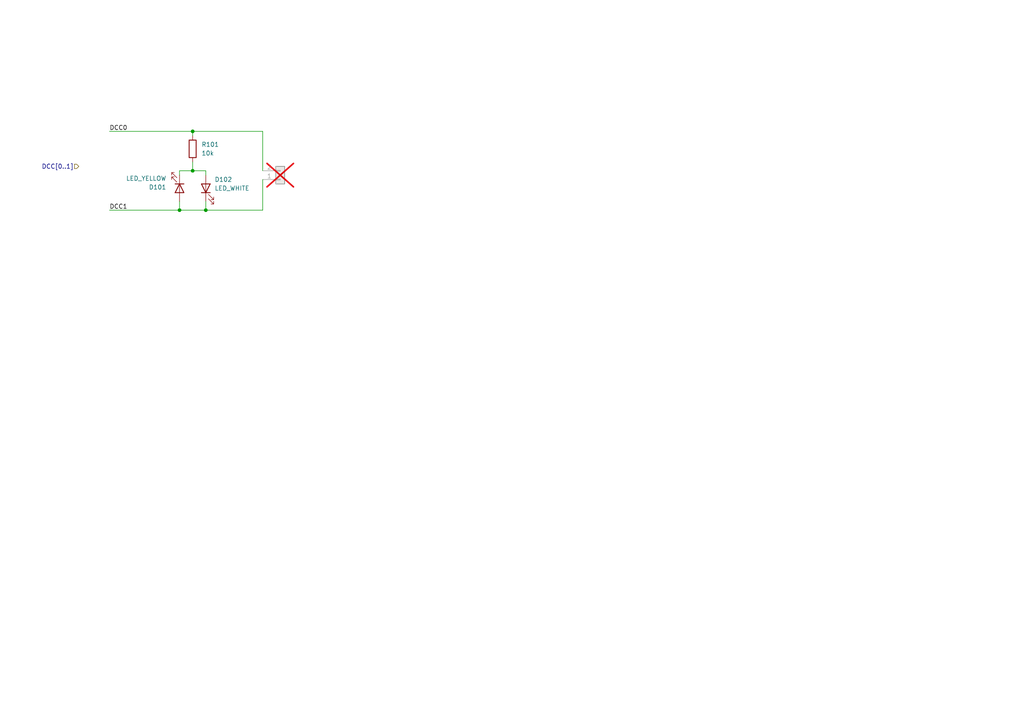
<source format=kicad_sch>
(kicad_sch (version 20231120) (generator "eeschema") (generator_version "8.0")
  (paper "A4")
  (title_block (title "xDuinoRail - LocDecoder - Development Kit") (date "2024-10-09") (rev "v0.2") (company "Chatelain Engineering, Bern - CH"))
  (lib_symbols
    (symbol "Connector_Generic:Conn_01x02" (pin_names (offset 1.016) hide)
      (property "Reference" "J" (at 0 2.54 0))
      (property "Value" "Conn_01x02" (at 0 -5.08 0))
      (symbol "Conn_01x02_1_1"
        (rectangle (start -1.27 -2.413) (end 0 -2.667) (stroke (width 0.1524)))
        (rectangle (start -1.27 0.127) (end 0 -0.127) (stroke (width 0.1524)))
        (rectangle (start -1.27 1.27) (end 1.27 -3.81) (stroke (width 0.254)) (fill (type background)))
        (pin passive line (at -5.08 0 0) (length 3.81) (name "Pin_1") (number "1"))
        (pin passive line (at -5.08 -2.54 0) (length 3.81) (name "Pin_2") (number "2"))
      )
    )
    (symbol "Device:LED" (pin_numbers hide) (pin_names (offset 1.016) hide)
      (property "Reference" "D" (at 0 2.54 0))
      (property "Value" "LED" (at 0 -2.54 0))
      (symbol "LED_0_1"
        (polyline (pts (xy -1.27 -1.27) (xy -1.27 1.27)) (stroke (width 0.254)))
        (polyline (pts (xy -1.27 0) (xy 1.27 0)))
        (polyline (pts (xy 1.27 -1.27) (xy 1.27 1.27) (xy -1.27 0) (xy 1.27 -1.27)) (stroke (width 0.254)))
        (polyline (pts (xy -3.048 -0.762) (xy -4.572 -2.286) (xy -3.81 -2.286) (xy -4.572 -2.286) (xy -4.572 -1.524)))
        (polyline (pts (xy -1.778 -0.762) (xy -3.302 -2.286) (xy -2.54 -2.286) (xy -3.302 -2.286) (xy -3.302 -1.524)))
      )
      (symbol "LED_1_1"
        (pin passive line (at -3.81 0 0) (length 2.54) (name "K") (number "1"))
        (pin passive line (at 3.81 0 180) (length 2.54) (name "A") (number "2"))
      )
    )
    (symbol "Device:R" (pin_numbers hide) (pin_names (offset 0))
      (property "Reference" "R" (at 2.032 0 90))
      (property "Value" "R" (at 0 0 90))
      (symbol "R_0_1"
        (rectangle (start -1.016 -2.54) (end 1.016 2.54) (stroke (width 0.254)))
      )
      (symbol "R_1_1"
        (pin passive line (at 0 3.81 270) (length 1.27) (name "~") (number "1"))
        (pin passive line (at 0 -3.81 90) (length 1.27) (name "~") (number "2"))
      )
    )
  )
  (junction (at 59.69 60.96))
  (junction (at 52.07 60.96))
  (junction (at 55.88 49.53))
  (junction (at 55.88 38.1))
  (wire (pts (xy 52.07 58.42) (xy 52.07 60.96)))
  (wire (pts (xy 52.07 49.53) (xy 52.07 50.8)))
  (wire (pts (xy 59.69 49.53) (xy 59.69 50.8)))
  (wire (pts (xy 59.69 60.96) (xy 76.2 60.96)))
  (wire (pts (xy 55.88 38.1) (xy 76.2 38.1)))
  (wire (pts (xy 52.07 49.53) (xy 55.88 49.53)))
  (wire (pts (xy 31.75 38.1) (xy 55.88 38.1)))
  (wire (pts (xy 76.2 38.1) (xy 76.2 49.53)))
  (wire (pts (xy 59.69 58.42) (xy 59.69 60.96)))
  (wire (pts (xy 55.88 49.53) (xy 55.88 46.99)))
  (wire (pts (xy 55.88 38.1) (xy 55.88 39.37)))
  (wire (pts (xy 76.2 52.07) (xy 76.2 60.96)))
  (wire (pts (xy 52.07 60.96) (xy 59.69 60.96)))
  (wire (pts (xy 31.75 60.96) (xy 52.07 60.96)))
  (wire (pts (xy 55.88 49.53) (xy 59.69 49.53)))
  (label "DCC0" (at 31.75 38.1 0))
  (label "DCC1" (at 31.75 60.96 0))
  (hierarchical_label "DCC[0..1]" (shape input) (at 22.86 48.26 180))
  (symbol (lib_id "Connector_Generic:Conn_01x02") (at 81.28 52.07 0) (mirror x) (unit 1) (exclude_from_sim yes) (in_bom no) (dnp yes)
    (property "Reference" "J101" (effects (hide yes)))
    (property "Value" "Conn_01x02" (effects (hide yes)))
    (property "Footprint" "Connector_PinSocket_2.54mm:PinSocket_1x02_P2.54mm_Vertical" (effects (hide yes)))
    (property "Description" "Generic connector, single row, 01x02, script generated (kicad-library-utils/schlib/autogen/connector/)" (effects (hide yes)))
    (property "OLI_ID" "2P_EdgeReceptacle_PushPull-3.5mm" (effects (hide yes)))
  )
  (symbol (lib_id "Device:R") (at 55.88 43.18 0) (unit 1)
    (property "Reference" "R101" (at 58.42 41.91 0) (effects (justify left)))
    (property "Value" "10k" (at 58.42 44.45 0) (effects (justify left)))
    (property "Footprint" "Resistor_SMD:R_0805_2012Metric_Pad1.20x1.40mm_HandSolder" (effects (hide yes)))
    (property "Description" "Resistor" (effects (hide yes)))
    (property "OLI_ID" "10k_0805" (effects (hide yes)))
  )
  (symbol (lib_id "Device:LED") (at 52.07 54.61 270) (unit 1)
    (property "Reference" "D101" (at 48.26 54.2925 90) (effects (justify right)))
    (property "Value" "LED_YELLOW" (at 48.26 51.7525 90) (effects (justify right)))
    (property "Footprint" "LED_SMD:LED_0805_2012Metric" (effects (hide yes)))
    (property "Description" "Light emitting diode" (effects (hide yes)))
    (property "OLI_ID" "LED-YELLOW_0805" (effects (hide yes)))
  )
  (symbol (lib_id "Device:LED") (at 59.69 54.61 90) (unit 1)
    (property "Reference" "D102" (at 62.23 52.07 90) (effects (justify right)))
    (property "Value" "LED_WHITE" (at 62.23 54.61 90) (effects (justify right)))
    (property "Footprint" "LED_SMD:LED_0805_2012Metric" (effects (hide yes)))
    (property "Description" "Light emitting diode" (effects (hide yes)))
    (property "OLI_ID" "LED-WHITE_0805" (effects (hide yes)))
  )
)
</source>
